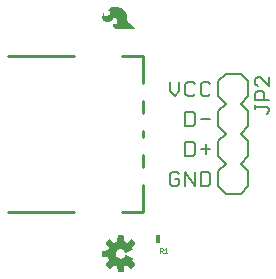
<source format=gbr>
G04 EAGLE Gerber RS-274X export*
G75*
%MOMM*%
%FSLAX34Y34*%
%LPD*%
%INSilkscreen Top*%
%IPPOS*%
%AMOC8*
5,1,8,0,0,1.08239X$1,22.5*%
G01*
%ADD10C,0.203200*%
%ADD11C,0.254000*%
%ADD12C,0.127000*%
%ADD13R,0.457200X0.762000*%
%ADD14C,0.025400*%

G36*
X97185Y9780D02*
X97185Y9780D01*
X97293Y9794D01*
X97305Y9800D01*
X97319Y9802D01*
X97415Y9854D01*
X97512Y9901D01*
X97522Y9911D01*
X97534Y9917D01*
X97608Y9997D01*
X97685Y10073D01*
X97691Y10085D01*
X97701Y10096D01*
X97746Y10194D01*
X97794Y10291D01*
X97798Y10309D01*
X97802Y10318D01*
X97804Y10339D01*
X97823Y10436D01*
X98266Y14787D01*
X99425Y15158D01*
X99443Y15168D01*
X99540Y15206D01*
X100622Y15763D01*
X104012Y12999D01*
X104106Y12945D01*
X104198Y12888D01*
X104211Y12885D01*
X104223Y12878D01*
X104330Y12857D01*
X104435Y12832D01*
X104449Y12834D01*
X104463Y12831D01*
X104570Y12846D01*
X104678Y12856D01*
X104691Y12862D01*
X104705Y12864D01*
X104802Y12912D01*
X104901Y12957D01*
X104914Y12968D01*
X104923Y12972D01*
X104938Y12988D01*
X105015Y13050D01*
X107600Y15635D01*
X107663Y15724D01*
X107729Y15809D01*
X107734Y15822D01*
X107742Y15834D01*
X107773Y15937D01*
X107809Y16040D01*
X107809Y16054D01*
X107813Y16067D01*
X107809Y16175D01*
X107810Y16284D01*
X107805Y16297D01*
X107805Y16311D01*
X107767Y16413D01*
X107732Y16515D01*
X107723Y16530D01*
X107719Y16539D01*
X107705Y16556D01*
X107651Y16638D01*
X104887Y20028D01*
X105444Y21110D01*
X105461Y21163D01*
X105487Y21212D01*
X105498Y21278D01*
X105519Y21342D01*
X105518Y21398D01*
X105527Y21452D01*
X105516Y21519D01*
X105515Y21586D01*
X105497Y21638D01*
X105488Y21693D01*
X105456Y21753D01*
X105433Y21816D01*
X105399Y21859D01*
X105373Y21909D01*
X105324Y21955D01*
X105282Y22007D01*
X105235Y22038D01*
X105195Y22076D01*
X105090Y22132D01*
X105077Y22140D01*
X105072Y22141D01*
X105065Y22145D01*
X99868Y24298D01*
X99768Y24321D01*
X99670Y24350D01*
X99650Y24349D01*
X99630Y24354D01*
X99528Y24344D01*
X99426Y24339D01*
X99407Y24332D01*
X99387Y24330D01*
X99294Y24288D01*
X99198Y24250D01*
X99183Y24237D01*
X99165Y24229D01*
X99090Y24159D01*
X99012Y24093D01*
X98997Y24072D01*
X98987Y24062D01*
X98975Y24041D01*
X98927Y23972D01*
X98432Y23088D01*
X97805Y22409D01*
X97036Y21895D01*
X96168Y21575D01*
X95251Y21467D01*
X94316Y21580D01*
X93435Y21911D01*
X92658Y22443D01*
X92029Y23144D01*
X91586Y23974D01*
X91352Y24886D01*
X91342Y25828D01*
X91556Y26744D01*
X91981Y27584D01*
X92594Y28298D01*
X93359Y28847D01*
X94233Y29198D01*
X95165Y29331D01*
X96102Y29239D01*
X96990Y28927D01*
X97778Y28412D01*
X98422Y27725D01*
X98928Y26826D01*
X98992Y26747D01*
X99051Y26665D01*
X99068Y26652D01*
X99081Y26636D01*
X99166Y26582D01*
X99249Y26522D01*
X99269Y26516D01*
X99287Y26505D01*
X99385Y26481D01*
X99483Y26451D01*
X99503Y26452D01*
X99524Y26447D01*
X99625Y26456D01*
X99726Y26459D01*
X99753Y26467D01*
X99767Y26468D01*
X99789Y26478D01*
X99868Y26502D01*
X105065Y28655D01*
X105112Y28684D01*
X105164Y28705D01*
X105215Y28748D01*
X105272Y28784D01*
X105307Y28827D01*
X105350Y28863D01*
X105384Y28920D01*
X105427Y28972D01*
X105446Y29024D01*
X105475Y29072D01*
X105489Y29138D01*
X105513Y29201D01*
X105515Y29256D01*
X105526Y29310D01*
X105519Y29377D01*
X105521Y29444D01*
X105505Y29498D01*
X105498Y29553D01*
X105454Y29664D01*
X105450Y29678D01*
X105447Y29682D01*
X105444Y29690D01*
X104887Y30772D01*
X107651Y34162D01*
X107705Y34256D01*
X107762Y34348D01*
X107765Y34361D01*
X107772Y34373D01*
X107793Y34480D01*
X107818Y34585D01*
X107816Y34599D01*
X107819Y34613D01*
X107804Y34720D01*
X107794Y34828D01*
X107788Y34841D01*
X107786Y34855D01*
X107738Y34952D01*
X107693Y35051D01*
X107682Y35064D01*
X107678Y35073D01*
X107662Y35088D01*
X107600Y35165D01*
X105015Y37750D01*
X104926Y37813D01*
X104841Y37879D01*
X104828Y37884D01*
X104816Y37892D01*
X104713Y37923D01*
X104610Y37959D01*
X104596Y37959D01*
X104583Y37963D01*
X104475Y37959D01*
X104366Y37960D01*
X104353Y37955D01*
X104339Y37955D01*
X104237Y37917D01*
X104135Y37882D01*
X104120Y37873D01*
X104111Y37869D01*
X104094Y37855D01*
X104012Y37801D01*
X100622Y35037D01*
X99540Y35594D01*
X99520Y35600D01*
X99425Y35642D01*
X98266Y36013D01*
X97823Y40364D01*
X97795Y40468D01*
X97770Y40574D01*
X97763Y40586D01*
X97760Y40599D01*
X97699Y40689D01*
X97642Y40782D01*
X97631Y40790D01*
X97623Y40802D01*
X97537Y40868D01*
X97453Y40937D01*
X97440Y40941D01*
X97429Y40950D01*
X97326Y40984D01*
X97225Y41023D01*
X97207Y41024D01*
X97198Y41028D01*
X97176Y41028D01*
X97078Y41037D01*
X93422Y41037D01*
X93315Y41020D01*
X93207Y41006D01*
X93195Y41000D01*
X93181Y40998D01*
X93085Y40946D01*
X92988Y40899D01*
X92978Y40889D01*
X92966Y40883D01*
X92892Y40803D01*
X92815Y40727D01*
X92809Y40715D01*
X92799Y40705D01*
X92754Y40606D01*
X92706Y40509D01*
X92702Y40491D01*
X92698Y40482D01*
X92696Y40461D01*
X92677Y40364D01*
X92234Y36013D01*
X91075Y35642D01*
X91057Y35632D01*
X90960Y35594D01*
X89878Y35037D01*
X86488Y37801D01*
X86394Y37855D01*
X86302Y37912D01*
X86289Y37915D01*
X86277Y37922D01*
X86170Y37943D01*
X86065Y37968D01*
X86051Y37966D01*
X86037Y37969D01*
X85930Y37954D01*
X85822Y37944D01*
X85809Y37938D01*
X85796Y37936D01*
X85698Y37888D01*
X85599Y37843D01*
X85586Y37832D01*
X85577Y37828D01*
X85562Y37812D01*
X85485Y37750D01*
X82900Y35165D01*
X82837Y35076D01*
X82771Y34991D01*
X82766Y34978D01*
X82758Y34966D01*
X82727Y34863D01*
X82691Y34760D01*
X82691Y34746D01*
X82687Y34733D01*
X82691Y34625D01*
X82690Y34516D01*
X82695Y34503D01*
X82695Y34489D01*
X82733Y34387D01*
X82768Y34285D01*
X82777Y34270D01*
X82781Y34261D01*
X82795Y34244D01*
X82849Y34162D01*
X85613Y30772D01*
X85056Y29690D01*
X85050Y29670D01*
X85008Y29575D01*
X84637Y28416D01*
X80286Y27973D01*
X80182Y27945D01*
X80076Y27920D01*
X80064Y27913D01*
X80051Y27910D01*
X79961Y27849D01*
X79868Y27792D01*
X79860Y27781D01*
X79848Y27773D01*
X79782Y27687D01*
X79714Y27603D01*
X79709Y27590D01*
X79700Y27579D01*
X79666Y27476D01*
X79627Y27375D01*
X79626Y27357D01*
X79622Y27348D01*
X79623Y27326D01*
X79613Y27228D01*
X79613Y23572D01*
X79630Y23465D01*
X79644Y23357D01*
X79650Y23345D01*
X79652Y23331D01*
X79704Y23235D01*
X79751Y23138D01*
X79761Y23128D01*
X79767Y23116D01*
X79847Y23042D01*
X79923Y22965D01*
X79935Y22959D01*
X79946Y22949D01*
X80044Y22904D01*
X80141Y22856D01*
X80159Y22852D01*
X80168Y22848D01*
X80189Y22846D01*
X80286Y22827D01*
X84637Y22384D01*
X85008Y21225D01*
X85018Y21207D01*
X85056Y21110D01*
X85613Y20028D01*
X82849Y16638D01*
X82795Y16544D01*
X82738Y16452D01*
X82735Y16439D01*
X82728Y16427D01*
X82707Y16320D01*
X82682Y16215D01*
X82684Y16201D01*
X82681Y16187D01*
X82696Y16080D01*
X82706Y15972D01*
X82712Y15959D01*
X82714Y15946D01*
X82762Y15848D01*
X82807Y15749D01*
X82818Y15736D01*
X82822Y15727D01*
X82838Y15712D01*
X82900Y15635D01*
X85485Y13050D01*
X85574Y12987D01*
X85659Y12921D01*
X85672Y12916D01*
X85684Y12908D01*
X85787Y12877D01*
X85890Y12841D01*
X85904Y12841D01*
X85917Y12837D01*
X86025Y12841D01*
X86134Y12840D01*
X86147Y12845D01*
X86161Y12845D01*
X86263Y12883D01*
X86365Y12918D01*
X86380Y12927D01*
X86389Y12931D01*
X86406Y12945D01*
X86488Y12999D01*
X89878Y15763D01*
X90960Y15206D01*
X90980Y15200D01*
X91075Y15158D01*
X92234Y14787D01*
X92677Y10436D01*
X92705Y10332D01*
X92730Y10226D01*
X92737Y10214D01*
X92740Y10201D01*
X92801Y10111D01*
X92858Y10018D01*
X92869Y10010D01*
X92877Y9998D01*
X92963Y9932D01*
X93047Y9864D01*
X93060Y9859D01*
X93071Y9850D01*
X93174Y9816D01*
X93275Y9777D01*
X93293Y9776D01*
X93302Y9772D01*
X93324Y9773D01*
X93422Y9763D01*
X97078Y9763D01*
X97185Y9780D01*
G37*
G36*
X107930Y215777D02*
X107930Y215777D01*
X107934Y215775D01*
X107974Y215796D01*
X108016Y215813D01*
X108018Y215818D01*
X108022Y215820D01*
X108035Y215863D01*
X108051Y215905D01*
X108049Y215910D01*
X108051Y215914D01*
X108015Y215984D01*
X108010Y215994D01*
X108009Y215995D01*
X102527Y220867D01*
X101745Y221721D01*
X101156Y222711D01*
X101029Y223062D01*
X100964Y223430D01*
X100964Y225705D01*
X100962Y225710D01*
X100964Y225716D01*
X100840Y227080D01*
X100834Y227090D01*
X100836Y227102D01*
X100468Y228421D01*
X100460Y228429D01*
X100459Y228442D01*
X99859Y229672D01*
X99852Y229679D01*
X99849Y229690D01*
X99032Y230847D01*
X99024Y230852D01*
X99021Y230861D01*
X98049Y231892D01*
X98041Y231896D01*
X98038Y231902D01*
X98037Y231903D01*
X98036Y231904D01*
X96929Y232789D01*
X96919Y232791D01*
X96912Y232800D01*
X95231Y233747D01*
X95220Y233748D01*
X95210Y233756D01*
X93386Y234384D01*
X93375Y234383D01*
X93364Y234390D01*
X91457Y234678D01*
X91446Y234675D01*
X91434Y234680D01*
X89506Y234619D01*
X89497Y234615D01*
X89485Y234617D01*
X88446Y234410D01*
X88438Y234405D01*
X88428Y234405D01*
X87430Y234047D01*
X87423Y234041D01*
X87412Y234040D01*
X86478Y233538D01*
X86471Y233529D01*
X86459Y233526D01*
X85322Y232619D01*
X85316Y232608D01*
X85303Y232601D01*
X84382Y231475D01*
X84370Y231432D01*
X84354Y231391D01*
X84356Y231386D01*
X84355Y231380D01*
X84377Y231342D01*
X84395Y231302D01*
X84401Y231299D01*
X84403Y231295D01*
X84432Y231287D01*
X84480Y231269D01*
X85360Y231269D01*
X85481Y231253D01*
X85583Y231209D01*
X85923Y230935D01*
X86171Y230574D01*
X86236Y230400D01*
X86294Y229862D01*
X86196Y229332D01*
X85947Y228844D01*
X85296Y227942D01*
X84942Y227530D01*
X84532Y227179D01*
X84074Y226896D01*
X83580Y226690D01*
X83280Y226631D01*
X82977Y226643D01*
X82458Y226800D01*
X81998Y227086D01*
X81628Y227481D01*
X81373Y227962D01*
X81235Y228452D01*
X81177Y228963D01*
X81177Y229566D01*
X81177Y229567D01*
X81168Y229589D01*
X81139Y229657D01*
X81047Y229692D01*
X81037Y229688D01*
X80962Y229654D01*
X80959Y229652D01*
X80958Y229651D01*
X80957Y229650D01*
X80937Y229629D01*
X80935Y229625D01*
X80932Y229624D01*
X80931Y229620D01*
X80926Y229618D01*
X80588Y229183D01*
X80584Y229168D01*
X80572Y229156D01*
X80351Y228652D01*
X80351Y228651D01*
X80199Y228295D01*
X80098Y228067D01*
X80098Y228057D01*
X80091Y228047D01*
X79871Y227169D01*
X79873Y227160D01*
X79868Y227150D01*
X79782Y226250D01*
X79786Y226240D01*
X79782Y226228D01*
X79848Y225360D01*
X79854Y225349D01*
X79853Y225336D01*
X80084Y224496D01*
X80092Y224486D01*
X80093Y224473D01*
X80481Y223693D01*
X80489Y223686D01*
X80492Y223675D01*
X81052Y222898D01*
X81059Y222894D01*
X81063Y222885D01*
X81721Y222189D01*
X81732Y222184D01*
X81740Y222173D01*
X82343Y221742D01*
X82358Y221739D01*
X82371Y221727D01*
X83063Y221460D01*
X83079Y221460D01*
X83094Y221452D01*
X83831Y221365D01*
X83846Y221370D01*
X83863Y221366D01*
X84598Y221465D01*
X84611Y221473D01*
X84628Y221473D01*
X85316Y221753D01*
X85325Y221762D01*
X85339Y221765D01*
X87097Y222952D01*
X87103Y222960D01*
X87113Y222964D01*
X88654Y224417D01*
X89089Y224787D01*
X89592Y225027D01*
X90140Y225129D01*
X90696Y225086D01*
X91221Y224900D01*
X91681Y224585D01*
X92046Y224160D01*
X92339Y223617D01*
X92537Y223031D01*
X92634Y222421D01*
X92599Y221710D01*
X92392Y221032D01*
X92027Y220426D01*
X91699Y220113D01*
X91295Y219907D01*
X90879Y219814D01*
X90451Y219814D01*
X90036Y219907D01*
X89898Y219979D01*
X89784Y220097D01*
X89185Y220921D01*
X89114Y221054D01*
X89086Y221192D01*
X89102Y221350D01*
X89088Y221393D01*
X89077Y221438D01*
X89073Y221440D01*
X89072Y221444D01*
X89031Y221464D01*
X88992Y221487D01*
X88988Y221486D01*
X88984Y221488D01*
X88941Y221473D01*
X88897Y221460D01*
X88895Y221457D01*
X88891Y221456D01*
X88872Y221418D01*
X88851Y221382D01*
X88775Y220899D01*
X88777Y220894D01*
X88774Y220889D01*
X88701Y219949D01*
X88703Y219943D01*
X88701Y219937D01*
X88702Y219934D01*
X88701Y219929D01*
X88774Y218989D01*
X88779Y218979D01*
X88778Y218967D01*
X88962Y218268D01*
X88970Y218258D01*
X88971Y218244D01*
X89292Y217596D01*
X89301Y217588D01*
X89305Y217574D01*
X89750Y217004D01*
X89761Y216998D01*
X89767Y216986D01*
X90317Y216516D01*
X90329Y216512D01*
X90338Y216501D01*
X91070Y216100D01*
X91083Y216099D01*
X91094Y216090D01*
X91893Y215850D01*
X91906Y215851D01*
X91919Y215845D01*
X92750Y215775D01*
X92756Y215777D01*
X92761Y215775D01*
X107925Y215775D01*
X107930Y215777D01*
G37*
D10*
X136984Y171206D02*
X136984Y163071D01*
X141052Y159004D01*
X145119Y163071D01*
X145119Y171206D01*
X156183Y171206D02*
X158216Y169173D01*
X156183Y171206D02*
X152115Y171206D01*
X150081Y169173D01*
X150081Y161038D01*
X152115Y159004D01*
X156183Y159004D01*
X158216Y161038D01*
X169280Y171206D02*
X171314Y169173D01*
X169280Y171206D02*
X165212Y171206D01*
X163179Y169173D01*
X163179Y161038D01*
X165212Y159004D01*
X169280Y159004D01*
X171314Y161038D01*
X150081Y145806D02*
X150081Y133604D01*
X156183Y133604D01*
X158216Y135638D01*
X158216Y143773D01*
X156183Y145806D01*
X150081Y145806D01*
X163179Y139705D02*
X171314Y139705D01*
X150081Y120406D02*
X150081Y108204D01*
X156183Y108204D01*
X158216Y110238D01*
X158216Y118373D01*
X156183Y120406D01*
X150081Y120406D01*
X163179Y114305D02*
X171314Y114305D01*
X167246Y110238D02*
X167246Y118373D01*
X143085Y95006D02*
X145119Y92973D01*
X143085Y95006D02*
X139018Y95006D01*
X136984Y92973D01*
X136984Y84838D01*
X139018Y82804D01*
X143085Y82804D01*
X145119Y84838D01*
X145119Y88905D01*
X141052Y88905D01*
X150081Y82804D02*
X150081Y95006D01*
X158216Y82804D01*
X158216Y95006D01*
X163179Y95006D02*
X163179Y82804D01*
X169280Y82804D01*
X171314Y84838D01*
X171314Y92973D01*
X169280Y95006D01*
X163179Y95006D01*
D11*
X55880Y193040D02*
X0Y193040D01*
X0Y60960D02*
X55880Y60960D01*
X96520Y193040D02*
X114300Y193040D01*
X114300Y170180D01*
X114300Y154940D02*
X114300Y144780D01*
X114300Y129540D02*
X114300Y124460D01*
X114300Y109220D02*
X114300Y99060D01*
X114300Y83820D02*
X114300Y60960D01*
X96520Y60960D01*
D10*
X203200Y82550D02*
X203200Y95250D01*
X203200Y82550D02*
X196850Y76200D01*
X184150Y76200D02*
X177800Y82550D01*
X203200Y120650D02*
X196850Y127000D01*
X203200Y120650D02*
X203200Y107950D01*
X196850Y101600D01*
X184150Y101600D02*
X177800Y107950D01*
X177800Y120650D01*
X184150Y127000D01*
X196850Y101600D02*
X203200Y95250D01*
X184150Y101600D02*
X177800Y95250D01*
X177800Y82550D01*
X203200Y158750D02*
X203200Y171450D01*
X203200Y158750D02*
X196850Y152400D01*
X184150Y152400D02*
X177800Y158750D01*
X196850Y152400D02*
X203200Y146050D01*
X203200Y133350D01*
X196850Y127000D01*
X184150Y127000D02*
X177800Y133350D01*
X177800Y146050D01*
X184150Y152400D01*
X184150Y177800D02*
X196850Y177800D01*
X203200Y171450D01*
X184150Y177800D02*
X177800Y171450D01*
X177800Y158750D01*
X184150Y76200D02*
X196850Y76200D01*
D12*
X218946Y144115D02*
X220853Y146022D01*
X220853Y147928D01*
X218946Y149835D01*
X209413Y149835D01*
X209413Y147928D02*
X209413Y151742D01*
X209413Y155809D02*
X220853Y155809D01*
X209413Y155809D02*
X209413Y161529D01*
X211320Y163436D01*
X215133Y163436D01*
X217040Y161529D01*
X217040Y155809D01*
X220853Y167503D02*
X220853Y175129D01*
X220853Y167503D02*
X213227Y175129D01*
X211320Y175129D01*
X209413Y173223D01*
X209413Y169410D01*
X211320Y167503D01*
D13*
X127000Y38100D03*
D14*
X128533Y30356D02*
X128533Y26543D01*
X128533Y30356D02*
X130439Y30356D01*
X131075Y29721D01*
X131075Y28450D01*
X130439Y27814D01*
X128533Y27814D01*
X129804Y27814D02*
X131075Y26543D01*
X132275Y29085D02*
X133546Y30356D01*
X133546Y26543D01*
X132275Y26543D02*
X134817Y26543D01*
M02*

</source>
